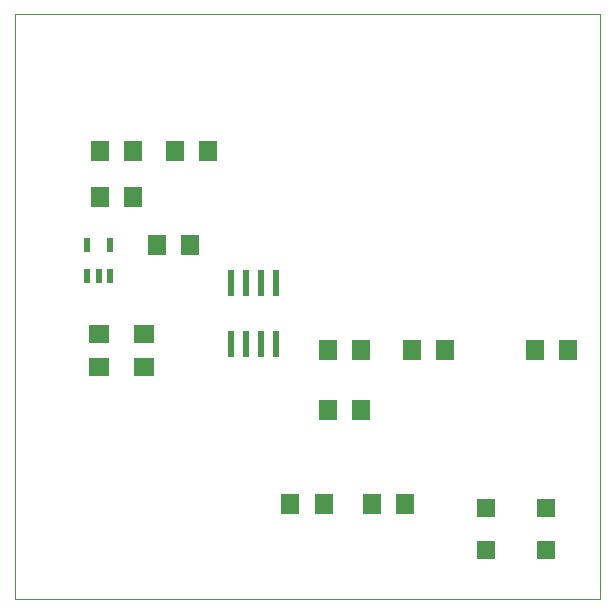
<source format=gtp>
G75*
%MOIN*%
%OFA0B0*%
%FSLAX25Y25*%
%IPPOS*%
%LPD*%
%AMOC8*
5,1,8,0,0,1.08239X$1,22.5*
%
%ADD10C,0.00000*%
%ADD11R,0.06299X0.07098*%
%ADD12R,0.06299X0.07087*%
%ADD13R,0.02400X0.08700*%
%ADD14R,0.02165X0.04724*%
%ADD15R,0.07087X0.06299*%
%ADD16R,0.07098X0.06299*%
%ADD17R,0.05906X0.05906*%
D10*
X0001800Y0001800D02*
X0001800Y0196800D01*
X0196800Y0196800D01*
X0196800Y0001800D01*
X0001800Y0001800D01*
D11*
X0093602Y0033600D03*
X0104798Y0033600D03*
X0120802Y0033600D03*
X0131998Y0033600D03*
X0117398Y0064800D03*
X0106202Y0064800D03*
X0134202Y0084800D03*
X0145398Y0084800D03*
X0060398Y0119800D03*
X0049202Y0119800D03*
X0041398Y0135900D03*
X0030202Y0135900D03*
X0030202Y0151400D03*
X0041398Y0151400D03*
D12*
X0055288Y0151400D03*
X0066312Y0151400D03*
X0106288Y0084800D03*
X0117312Y0084800D03*
X0175288Y0084800D03*
X0186312Y0084800D03*
D13*
X0088900Y0086800D03*
X0083900Y0086800D03*
X0078900Y0086800D03*
X0073900Y0086800D03*
X0073900Y0107400D03*
X0078900Y0107400D03*
X0083900Y0107400D03*
X0088900Y0107400D03*
D14*
X0033540Y0109681D03*
X0029800Y0109681D03*
X0026060Y0109681D03*
X0026060Y0119919D03*
X0033540Y0119919D03*
D15*
X0029800Y0090312D03*
X0029800Y0079288D03*
D16*
X0045000Y0079202D03*
X0045000Y0090398D03*
D17*
X0158800Y0032090D03*
X0158800Y0018310D03*
X0178900Y0018310D03*
X0178900Y0032090D03*
M02*

</source>
